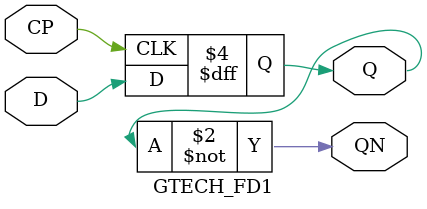
<source format=v>



module GTECH_FD1 (D, CP, Q, QN);  
	input D, CP;
	output Q, QN;

	reg Q, QN;
	
	always @(Q)
        begin
                QN = ~Q;
        end

        always @(posedge CP)
        begin
                Q = D;
        end
endmodule




</source>
